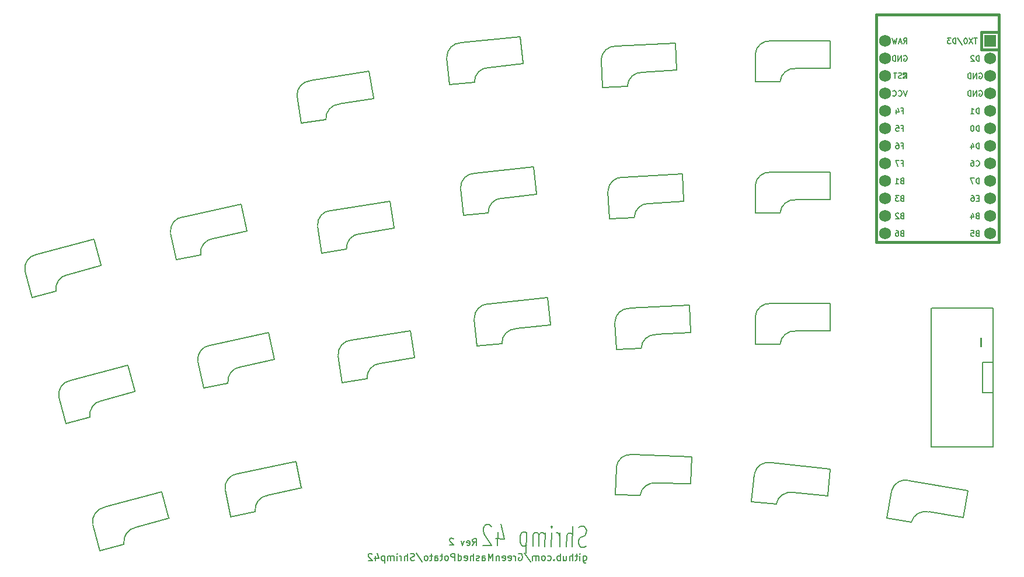
<source format=gbo>
%TF.GenerationSoftware,KiCad,Pcbnew,(6.0.0-0)*%
%TF.CreationDate,2022-02-26T00:55:26+07:00*%
%TF.ProjectId,Shrimp42-mirrored-rev2,53687269-6d70-4343-922d-6d6972726f72,rev?*%
%TF.SameCoordinates,Original*%
%TF.FileFunction,Legend,Bot*%
%TF.FilePolarity,Positive*%
%FSLAX46Y46*%
G04 Gerber Fmt 4.6, Leading zero omitted, Abs format (unit mm)*
G04 Created by KiCad (PCBNEW (6.0.0-0)) date 2022-02-26 00:55:26*
%MOMM*%
%LPD*%
G01*
G04 APERTURE LIST*
%ADD10C,0.150000*%
%ADD11C,0.200000*%
%ADD12C,0.381000*%
%ADD13C,0.203200*%
%ADD14R,1.752600X1.752600*%
%ADD15C,1.752600*%
G04 APERTURE END LIST*
D10*
X83147453Y-93728304D02*
X83489046Y-93258003D01*
X83718794Y-93738277D02*
X83736246Y-92738429D01*
X83355352Y-92731781D01*
X83259297Y-92777730D01*
X83210855Y-92824511D01*
X83161581Y-92918903D01*
X83159087Y-93061739D01*
X83205037Y-93157793D01*
X83251818Y-93206236D01*
X83346210Y-93255510D01*
X83727105Y-93262159D01*
X82338883Y-93666564D02*
X82433276Y-93715838D01*
X82623723Y-93719162D01*
X82719777Y-93673213D01*
X82769051Y-93578820D01*
X82775700Y-93197926D01*
X82729750Y-93101871D01*
X82635358Y-93052597D01*
X82444911Y-93049273D01*
X82348856Y-93095222D01*
X82299582Y-93189615D01*
X82297920Y-93284839D01*
X82772376Y-93388373D01*
X81968793Y-93040962D02*
X81719099Y-93703372D01*
X81492675Y-93032651D01*
X80401759Y-92775478D02*
X80354978Y-92727035D01*
X80260585Y-92677761D01*
X80022526Y-92673606D01*
X79926472Y-92719556D01*
X79878029Y-92766336D01*
X79828755Y-92860729D01*
X79827093Y-92955952D01*
X79872211Y-93099619D01*
X80433580Y-93680933D01*
X79814627Y-93670129D01*
D11*
X99642397Y-93827484D02*
X99354233Y-93965333D01*
X98878115Y-93957022D01*
X98690161Y-93810862D01*
X98597431Y-93666365D01*
X98507194Y-93379032D01*
X98512180Y-93093361D01*
X98612390Y-92809353D01*
X98710107Y-92668179D01*
X98903047Y-92528668D01*
X99286435Y-92392481D01*
X99479375Y-92252970D01*
X99577092Y-92111797D01*
X99677302Y-91827788D01*
X99682288Y-91542118D01*
X99592051Y-91254785D01*
X99499321Y-91110287D01*
X99311367Y-90964128D01*
X98835249Y-90955817D01*
X98547085Y-91093666D01*
X97640209Y-93935414D02*
X97692566Y-90935871D01*
X96783196Y-93920455D02*
X96810621Y-92349266D01*
X96910831Y-92065257D01*
X97103772Y-91925746D01*
X97389443Y-91930733D01*
X97577397Y-92076892D01*
X97670127Y-92221390D01*
X95830960Y-93903834D02*
X95865865Y-91904138D01*
X95855892Y-92475480D02*
X95765655Y-92188147D01*
X95672925Y-92043650D01*
X95484971Y-91897490D01*
X95294524Y-91894166D01*
X94593054Y-93882226D02*
X94627958Y-91882531D01*
X94645411Y-90882683D02*
X94738141Y-91027181D01*
X94640424Y-91168354D01*
X94547694Y-91023856D01*
X94645411Y-90882683D01*
X94640424Y-91168354D01*
X93640818Y-93865605D02*
X93675723Y-91865909D01*
X93670736Y-92151580D02*
X93578006Y-92007083D01*
X93390052Y-91860923D01*
X93104381Y-91855937D01*
X92911441Y-91995448D01*
X92811231Y-92279456D01*
X92783805Y-93850646D01*
X92811231Y-92279456D02*
X92720993Y-91992123D01*
X92533039Y-91845964D01*
X92247369Y-91840977D01*
X92054428Y-91980488D01*
X91954218Y-92264497D01*
X91926793Y-93835686D01*
X91009462Y-91819370D02*
X90957105Y-94818913D01*
X91006969Y-91962205D02*
X90819015Y-91816045D01*
X90438120Y-91809397D01*
X90245180Y-91948908D01*
X90147463Y-92090081D01*
X90047253Y-92374090D01*
X90032294Y-93231102D01*
X90122531Y-93518435D01*
X90215262Y-93662933D01*
X90403216Y-93809092D01*
X90784110Y-93815741D01*
X90977050Y-93676230D01*
X86819624Y-91746236D02*
X86784719Y-93745931D01*
X87315688Y-90611863D02*
X87754408Y-92762705D01*
X86516501Y-92741097D01*
X85879854Y-91015437D02*
X85787124Y-90870940D01*
X85599170Y-90724780D01*
X85123052Y-90716470D01*
X84930111Y-90855981D01*
X84832395Y-90997154D01*
X84732185Y-91281163D01*
X84727198Y-91566833D01*
X84814942Y-91997002D01*
X85927707Y-93730972D01*
X84689800Y-93709364D01*
D10*
X99219004Y-95234408D02*
X99219004Y-96043932D01*
X99266623Y-96139170D01*
X99314242Y-96186789D01*
X99409481Y-96234408D01*
X99552338Y-96234408D01*
X99647576Y-96186789D01*
X99219004Y-95853455D02*
X99314242Y-95901074D01*
X99504719Y-95901074D01*
X99599957Y-95853455D01*
X99647576Y-95805836D01*
X99695195Y-95710598D01*
X99695195Y-95424884D01*
X99647576Y-95329646D01*
X99599957Y-95282027D01*
X99504719Y-95234408D01*
X99314242Y-95234408D01*
X99219004Y-95282027D01*
X98742814Y-95901074D02*
X98742814Y-95234408D01*
X98742814Y-94901074D02*
X98790433Y-94948694D01*
X98742814Y-94996313D01*
X98695195Y-94948694D01*
X98742814Y-94901074D01*
X98742814Y-94996313D01*
X98409481Y-95234408D02*
X98028528Y-95234408D01*
X98266623Y-94901074D02*
X98266623Y-95758217D01*
X98219004Y-95853455D01*
X98123766Y-95901074D01*
X98028528Y-95901074D01*
X97695195Y-95901074D02*
X97695195Y-94901074D01*
X97266623Y-95901074D02*
X97266623Y-95377265D01*
X97314242Y-95282027D01*
X97409481Y-95234408D01*
X97552338Y-95234408D01*
X97647576Y-95282027D01*
X97695195Y-95329646D01*
X96361862Y-95234408D02*
X96361862Y-95901074D01*
X96790433Y-95234408D02*
X96790433Y-95758217D01*
X96742814Y-95853455D01*
X96647576Y-95901074D01*
X96504719Y-95901074D01*
X96409481Y-95853455D01*
X96361862Y-95805836D01*
X95885671Y-95901074D02*
X95885671Y-94901074D01*
X95885671Y-95282027D02*
X95790433Y-95234408D01*
X95599957Y-95234408D01*
X95504719Y-95282027D01*
X95457100Y-95329646D01*
X95409481Y-95424884D01*
X95409481Y-95710598D01*
X95457100Y-95805836D01*
X95504719Y-95853455D01*
X95599957Y-95901074D01*
X95790433Y-95901074D01*
X95885671Y-95853455D01*
X94980909Y-95805836D02*
X94933290Y-95853455D01*
X94980909Y-95901074D01*
X95028528Y-95853455D01*
X94980909Y-95805836D01*
X94980909Y-95901074D01*
X94076147Y-95853455D02*
X94171385Y-95901074D01*
X94361862Y-95901074D01*
X94457100Y-95853455D01*
X94504719Y-95805836D01*
X94552338Y-95710598D01*
X94552338Y-95424884D01*
X94504719Y-95329646D01*
X94457100Y-95282027D01*
X94361862Y-95234408D01*
X94171385Y-95234408D01*
X94076147Y-95282027D01*
X93504719Y-95901074D02*
X93599957Y-95853455D01*
X93647576Y-95805836D01*
X93695195Y-95710598D01*
X93695195Y-95424884D01*
X93647576Y-95329646D01*
X93599957Y-95282027D01*
X93504719Y-95234408D01*
X93361862Y-95234408D01*
X93266623Y-95282027D01*
X93219004Y-95329646D01*
X93171385Y-95424884D01*
X93171385Y-95710598D01*
X93219004Y-95805836D01*
X93266623Y-95853455D01*
X93361862Y-95901074D01*
X93504719Y-95901074D01*
X92742814Y-95901074D02*
X92742814Y-95234408D01*
X92742814Y-95329646D02*
X92695195Y-95282027D01*
X92599957Y-95234408D01*
X92457100Y-95234408D01*
X92361862Y-95282027D01*
X92314242Y-95377265D01*
X92314242Y-95901074D01*
X92314242Y-95377265D02*
X92266623Y-95282027D01*
X92171385Y-95234408D01*
X92028528Y-95234408D01*
X91933290Y-95282027D01*
X91885671Y-95377265D01*
X91885671Y-95901074D01*
X90695195Y-94853455D02*
X91552338Y-96139170D01*
X89838052Y-94948694D02*
X89933290Y-94901074D01*
X90076147Y-94901074D01*
X90219004Y-94948694D01*
X90314242Y-95043932D01*
X90361862Y-95139170D01*
X90409481Y-95329646D01*
X90409481Y-95472503D01*
X90361862Y-95662979D01*
X90314242Y-95758217D01*
X90219004Y-95853455D01*
X90076147Y-95901074D01*
X89980909Y-95901074D01*
X89838052Y-95853455D01*
X89790433Y-95805836D01*
X89790433Y-95472503D01*
X89980909Y-95472503D01*
X89361862Y-95901074D02*
X89361862Y-95234408D01*
X89361862Y-95424884D02*
X89314242Y-95329646D01*
X89266623Y-95282027D01*
X89171385Y-95234408D01*
X89076147Y-95234408D01*
X88361862Y-95853455D02*
X88457100Y-95901074D01*
X88647576Y-95901074D01*
X88742814Y-95853455D01*
X88790433Y-95758217D01*
X88790433Y-95377265D01*
X88742814Y-95282027D01*
X88647576Y-95234408D01*
X88457100Y-95234408D01*
X88361862Y-95282027D01*
X88314242Y-95377265D01*
X88314242Y-95472503D01*
X88790433Y-95567741D01*
X87504719Y-95853455D02*
X87599957Y-95901074D01*
X87790433Y-95901074D01*
X87885671Y-95853455D01*
X87933290Y-95758217D01*
X87933290Y-95377265D01*
X87885671Y-95282027D01*
X87790433Y-95234408D01*
X87599957Y-95234408D01*
X87504719Y-95282027D01*
X87457100Y-95377265D01*
X87457100Y-95472503D01*
X87933290Y-95567741D01*
X87028528Y-95234408D02*
X87028528Y-95901074D01*
X87028528Y-95329646D02*
X86980909Y-95282027D01*
X86885671Y-95234408D01*
X86742814Y-95234408D01*
X86647576Y-95282027D01*
X86599957Y-95377265D01*
X86599957Y-95901074D01*
X86123766Y-95901074D02*
X86123766Y-94901074D01*
X85790433Y-95615360D01*
X85457100Y-94901074D01*
X85457100Y-95901074D01*
X84552338Y-95901074D02*
X84552338Y-95377265D01*
X84599957Y-95282027D01*
X84695195Y-95234408D01*
X84885671Y-95234408D01*
X84980909Y-95282027D01*
X84552338Y-95853455D02*
X84647576Y-95901074D01*
X84885671Y-95901074D01*
X84980909Y-95853455D01*
X85028528Y-95758217D01*
X85028528Y-95662979D01*
X84980909Y-95567741D01*
X84885671Y-95520122D01*
X84647576Y-95520122D01*
X84552338Y-95472503D01*
X84123766Y-95853455D02*
X84028528Y-95901074D01*
X83838052Y-95901074D01*
X83742814Y-95853455D01*
X83695195Y-95758217D01*
X83695195Y-95710598D01*
X83742814Y-95615360D01*
X83838052Y-95567741D01*
X83980909Y-95567741D01*
X84076147Y-95520122D01*
X84123766Y-95424884D01*
X84123766Y-95377265D01*
X84076147Y-95282027D01*
X83980909Y-95234408D01*
X83838052Y-95234408D01*
X83742814Y-95282027D01*
X83266623Y-95901074D02*
X83266623Y-94901074D01*
X82838052Y-95901074D02*
X82838052Y-95377265D01*
X82885671Y-95282027D01*
X82980909Y-95234408D01*
X83123766Y-95234408D01*
X83219004Y-95282027D01*
X83266623Y-95329646D01*
X81980909Y-95853455D02*
X82076147Y-95901074D01*
X82266623Y-95901074D01*
X82361862Y-95853455D01*
X82409481Y-95758217D01*
X82409481Y-95377265D01*
X82361862Y-95282027D01*
X82266623Y-95234408D01*
X82076147Y-95234408D01*
X81980909Y-95282027D01*
X81933290Y-95377265D01*
X81933290Y-95472503D01*
X82409481Y-95567741D01*
X81076147Y-95901074D02*
X81076147Y-94901074D01*
X81076147Y-95853455D02*
X81171385Y-95901074D01*
X81361862Y-95901074D01*
X81457100Y-95853455D01*
X81504719Y-95805836D01*
X81552338Y-95710598D01*
X81552338Y-95424884D01*
X81504719Y-95329646D01*
X81457100Y-95282027D01*
X81361862Y-95234408D01*
X81171385Y-95234408D01*
X81076147Y-95282027D01*
X80599957Y-95901074D02*
X80599957Y-94901074D01*
X80219004Y-94901074D01*
X80123766Y-94948694D01*
X80076147Y-94996313D01*
X80028528Y-95091551D01*
X80028528Y-95234408D01*
X80076147Y-95329646D01*
X80123766Y-95377265D01*
X80219004Y-95424884D01*
X80599957Y-95424884D01*
X79457100Y-95901074D02*
X79552338Y-95853455D01*
X79599957Y-95805836D01*
X79647576Y-95710598D01*
X79647576Y-95424884D01*
X79599957Y-95329646D01*
X79552338Y-95282027D01*
X79457100Y-95234408D01*
X79314242Y-95234408D01*
X79219004Y-95282027D01*
X79171385Y-95329646D01*
X79123766Y-95424884D01*
X79123766Y-95710598D01*
X79171385Y-95805836D01*
X79219004Y-95853455D01*
X79314242Y-95901074D01*
X79457100Y-95901074D01*
X78838052Y-95234408D02*
X78457100Y-95234408D01*
X78695195Y-94901074D02*
X78695195Y-95758217D01*
X78647576Y-95853455D01*
X78552338Y-95901074D01*
X78457100Y-95901074D01*
X77695195Y-95901074D02*
X77695195Y-95377265D01*
X77742814Y-95282027D01*
X77838052Y-95234408D01*
X78028528Y-95234408D01*
X78123766Y-95282027D01*
X77695195Y-95853455D02*
X77790433Y-95901074D01*
X78028528Y-95901074D01*
X78123766Y-95853455D01*
X78171385Y-95758217D01*
X78171385Y-95662979D01*
X78123766Y-95567741D01*
X78028528Y-95520122D01*
X77790433Y-95520122D01*
X77695195Y-95472503D01*
X77361862Y-95234408D02*
X76980909Y-95234408D01*
X77219004Y-94901074D02*
X77219004Y-95758217D01*
X77171385Y-95853455D01*
X77076147Y-95901074D01*
X76980909Y-95901074D01*
X76504719Y-95901074D02*
X76599957Y-95853455D01*
X76647576Y-95805836D01*
X76695195Y-95710598D01*
X76695195Y-95424884D01*
X76647576Y-95329646D01*
X76599957Y-95282027D01*
X76504719Y-95234408D01*
X76361862Y-95234408D01*
X76266623Y-95282027D01*
X76219004Y-95329646D01*
X76171385Y-95424884D01*
X76171385Y-95710598D01*
X76219004Y-95805836D01*
X76266623Y-95853455D01*
X76361862Y-95901074D01*
X76504719Y-95901074D01*
X75028528Y-94853455D02*
X75885671Y-96139170D01*
X74742814Y-95853455D02*
X74599957Y-95901074D01*
X74361862Y-95901074D01*
X74266623Y-95853455D01*
X74219004Y-95805836D01*
X74171385Y-95710598D01*
X74171385Y-95615360D01*
X74219004Y-95520122D01*
X74266623Y-95472503D01*
X74361862Y-95424884D01*
X74552338Y-95377265D01*
X74647576Y-95329646D01*
X74695195Y-95282027D01*
X74742814Y-95186789D01*
X74742814Y-95091551D01*
X74695195Y-94996313D01*
X74647576Y-94948694D01*
X74552338Y-94901074D01*
X74314242Y-94901074D01*
X74171385Y-94948694D01*
X73742814Y-95901074D02*
X73742814Y-94901074D01*
X73314242Y-95901074D02*
X73314242Y-95377265D01*
X73361862Y-95282027D01*
X73457100Y-95234408D01*
X73599957Y-95234408D01*
X73695195Y-95282027D01*
X73742814Y-95329646D01*
X72838052Y-95901074D02*
X72838052Y-95234408D01*
X72838052Y-95424884D02*
X72790433Y-95329646D01*
X72742814Y-95282027D01*
X72647576Y-95234408D01*
X72552338Y-95234408D01*
X72219004Y-95901074D02*
X72219004Y-95234408D01*
X72219004Y-94901074D02*
X72266623Y-94948694D01*
X72219004Y-94996313D01*
X72171385Y-94948694D01*
X72219004Y-94901074D01*
X72219004Y-94996313D01*
X71742814Y-95901074D02*
X71742814Y-95234408D01*
X71742814Y-95329646D02*
X71695195Y-95282027D01*
X71599957Y-95234408D01*
X71457100Y-95234408D01*
X71361862Y-95282027D01*
X71314242Y-95377265D01*
X71314242Y-95901074D01*
X71314242Y-95377265D02*
X71266623Y-95282027D01*
X71171385Y-95234408D01*
X71028528Y-95234408D01*
X70933290Y-95282027D01*
X70885671Y-95377265D01*
X70885671Y-95901074D01*
X70409481Y-95234408D02*
X70409481Y-96234408D01*
X70409481Y-95282027D02*
X70314242Y-95234408D01*
X70123766Y-95234408D01*
X70028528Y-95282027D01*
X69980909Y-95329646D01*
X69933290Y-95424884D01*
X69933290Y-95710598D01*
X69980909Y-95805836D01*
X70028528Y-95853455D01*
X70123766Y-95901074D01*
X70314242Y-95901074D01*
X70409481Y-95853455D01*
X69076147Y-95234408D02*
X69076147Y-95901074D01*
X69314242Y-94853455D02*
X69552338Y-95567741D01*
X68933290Y-95567741D01*
X68599957Y-94996313D02*
X68552338Y-94948694D01*
X68457100Y-94901074D01*
X68219004Y-94901074D01*
X68123766Y-94948694D01*
X68076147Y-94996313D01*
X68028528Y-95091551D01*
X68028528Y-95186789D01*
X68076147Y-95329646D01*
X68647576Y-95901074D01*
X68028528Y-95901074D01*
%TO.C,U1*%
X156359539Y-48411762D02*
X156245253Y-48449857D01*
X156207158Y-48487952D01*
X156169063Y-48564143D01*
X156169063Y-48678428D01*
X156207158Y-48754619D01*
X156245253Y-48792714D01*
X156321444Y-48830809D01*
X156626206Y-48830809D01*
X156626206Y-48030809D01*
X156359539Y-48030809D01*
X156283349Y-48068905D01*
X156245253Y-48107000D01*
X156207158Y-48183190D01*
X156207158Y-48259381D01*
X156245253Y-48335571D01*
X156283349Y-48373666D01*
X156359539Y-48411762D01*
X156626206Y-48411762D01*
X155445253Y-48030809D02*
X155826206Y-48030809D01*
X155864301Y-48411762D01*
X155826206Y-48373666D01*
X155750015Y-48335571D01*
X155559539Y-48335571D01*
X155483349Y-48373666D01*
X155445253Y-48411762D01*
X155407158Y-48487952D01*
X155407158Y-48678428D01*
X155445253Y-48754619D01*
X155483349Y-48792714D01*
X155559539Y-48830809D01*
X155750015Y-48830809D01*
X155826206Y-48792714D01*
X155864301Y-48754619D01*
X145374943Y-25902714D02*
X145260657Y-25940809D01*
X145070181Y-25940809D01*
X144993990Y-25902714D01*
X144955895Y-25864619D01*
X144917800Y-25788428D01*
X144917800Y-25712238D01*
X144955895Y-25636047D01*
X144993990Y-25597952D01*
X145070181Y-25559857D01*
X145222562Y-25521762D01*
X145298752Y-25483666D01*
X145336848Y-25445571D01*
X145374943Y-25369381D01*
X145374943Y-25293190D01*
X145336848Y-25217000D01*
X145298752Y-25178905D01*
X145222562Y-25140809D01*
X145032086Y-25140809D01*
X144917800Y-25178905D01*
X144689229Y-25140809D02*
X144232086Y-25140809D01*
X144460657Y-25940809D02*
X144460657Y-25140809D01*
X145666110Y-20890809D02*
X145932777Y-20509857D01*
X146123253Y-20890809D02*
X146123253Y-20090809D01*
X145818491Y-20090809D01*
X145742301Y-20128905D01*
X145704206Y-20167000D01*
X145666110Y-20243190D01*
X145666110Y-20357476D01*
X145704206Y-20433666D01*
X145742301Y-20471762D01*
X145818491Y-20509857D01*
X146123253Y-20509857D01*
X145361349Y-20662238D02*
X144980396Y-20662238D01*
X145437539Y-20890809D02*
X145170872Y-20090809D01*
X144904206Y-20890809D01*
X144713730Y-20090809D02*
X144523253Y-20890809D01*
X144370872Y-20319381D01*
X144218491Y-20890809D01*
X144028015Y-20090809D01*
X145380396Y-35711762D02*
X145647063Y-35711762D01*
X145647063Y-36130809D02*
X145647063Y-35330809D01*
X145266110Y-35330809D01*
X144618491Y-35330809D02*
X144770872Y-35330809D01*
X144847063Y-35368905D01*
X144885158Y-35407000D01*
X144961349Y-35521285D01*
X144999444Y-35673666D01*
X144999444Y-35978428D01*
X144961349Y-36054619D01*
X144923253Y-36092714D01*
X144847063Y-36130809D01*
X144694682Y-36130809D01*
X144618491Y-36092714D01*
X144580396Y-36054619D01*
X144542301Y-35978428D01*
X144542301Y-35787952D01*
X144580396Y-35711762D01*
X144618491Y-35673666D01*
X144694682Y-35635571D01*
X144847063Y-35635571D01*
X144923253Y-35673666D01*
X144961349Y-35711762D01*
X144999444Y-35787952D01*
X156359539Y-45871762D02*
X156245253Y-45909857D01*
X156207158Y-45947952D01*
X156169063Y-46024143D01*
X156169063Y-46138428D01*
X156207158Y-46214619D01*
X156245253Y-46252714D01*
X156321444Y-46290809D01*
X156626206Y-46290809D01*
X156626206Y-45490809D01*
X156359539Y-45490809D01*
X156283349Y-45528905D01*
X156245253Y-45567000D01*
X156207158Y-45643190D01*
X156207158Y-45719381D01*
X156245253Y-45795571D01*
X156283349Y-45833666D01*
X156359539Y-45871762D01*
X156626206Y-45871762D01*
X155483349Y-45757476D02*
X155483349Y-46290809D01*
X155673825Y-45452714D02*
X155864301Y-46024143D01*
X155369063Y-46024143D01*
X146180396Y-27710809D02*
X145913730Y-28510809D01*
X145647063Y-27710809D01*
X144923253Y-28434619D02*
X144961349Y-28472714D01*
X145075634Y-28510809D01*
X145151825Y-28510809D01*
X145266110Y-28472714D01*
X145342301Y-28396524D01*
X145380396Y-28320333D01*
X145418491Y-28167952D01*
X145418491Y-28053666D01*
X145380396Y-27901285D01*
X145342301Y-27825095D01*
X145266110Y-27748905D01*
X145151825Y-27710809D01*
X145075634Y-27710809D01*
X144961349Y-27748905D01*
X144923253Y-27787000D01*
X144123253Y-28434619D02*
X144161349Y-28472714D01*
X144275634Y-28510809D01*
X144351825Y-28510809D01*
X144466110Y-28472714D01*
X144542301Y-28396524D01*
X144580396Y-28320333D01*
X144618491Y-28167952D01*
X144618491Y-28053666D01*
X144580396Y-27901285D01*
X144542301Y-27825095D01*
X144466110Y-27748905D01*
X144351825Y-27710809D01*
X144275634Y-27710809D01*
X144161349Y-27748905D01*
X144123253Y-27787000D01*
X145437539Y-48411762D02*
X145323253Y-48449857D01*
X145285158Y-48487952D01*
X145247063Y-48564143D01*
X145247063Y-48678428D01*
X145285158Y-48754619D01*
X145323253Y-48792714D01*
X145399444Y-48830809D01*
X145704206Y-48830809D01*
X145704206Y-48030809D01*
X145437539Y-48030809D01*
X145361349Y-48068905D01*
X145323253Y-48107000D01*
X145285158Y-48183190D01*
X145285158Y-48259381D01*
X145323253Y-48335571D01*
X145361349Y-48373666D01*
X145437539Y-48411762D01*
X145704206Y-48411762D01*
X144561349Y-48030809D02*
X144713730Y-48030809D01*
X144789920Y-48068905D01*
X144828015Y-48107000D01*
X144904206Y-48221285D01*
X144942301Y-48373666D01*
X144942301Y-48678428D01*
X144904206Y-48754619D01*
X144866110Y-48792714D01*
X144789920Y-48830809D01*
X144637539Y-48830809D01*
X144561349Y-48792714D01*
X144523253Y-48754619D01*
X144485158Y-48678428D01*
X144485158Y-48487952D01*
X144523253Y-48411762D01*
X144561349Y-48373666D01*
X144637539Y-48335571D01*
X144789920Y-48335571D01*
X144866110Y-48373666D01*
X144904206Y-48411762D01*
X144942301Y-48487952D01*
X156645253Y-25208905D02*
X156721444Y-25170809D01*
X156835730Y-25170809D01*
X156950015Y-25208905D01*
X157026206Y-25285095D01*
X157064301Y-25361285D01*
X157102396Y-25513666D01*
X157102396Y-25627952D01*
X157064301Y-25780333D01*
X157026206Y-25856524D01*
X156950015Y-25932714D01*
X156835730Y-25970809D01*
X156759539Y-25970809D01*
X156645253Y-25932714D01*
X156607158Y-25894619D01*
X156607158Y-25627952D01*
X156759539Y-25627952D01*
X156264301Y-25970809D02*
X156264301Y-25170809D01*
X155807158Y-25970809D01*
X155807158Y-25170809D01*
X155426206Y-25970809D02*
X155426206Y-25170809D01*
X155235730Y-25170809D01*
X155121444Y-25208905D01*
X155045253Y-25285095D01*
X155007158Y-25361285D01*
X154969063Y-25513666D01*
X154969063Y-25627952D01*
X155007158Y-25780333D01*
X155045253Y-25856524D01*
X155121444Y-25932714D01*
X155235730Y-25970809D01*
X155426206Y-25970809D01*
X145723253Y-22668905D02*
X145799444Y-22630809D01*
X145913730Y-22630809D01*
X146028015Y-22668905D01*
X146104206Y-22745095D01*
X146142301Y-22821285D01*
X146180396Y-22973666D01*
X146180396Y-23087952D01*
X146142301Y-23240333D01*
X146104206Y-23316524D01*
X146028015Y-23392714D01*
X145913730Y-23430809D01*
X145837539Y-23430809D01*
X145723253Y-23392714D01*
X145685158Y-23354619D01*
X145685158Y-23087952D01*
X145837539Y-23087952D01*
X145342301Y-23430809D02*
X145342301Y-22630809D01*
X144885158Y-23430809D01*
X144885158Y-22630809D01*
X144504206Y-23430809D02*
X144504206Y-22630809D01*
X144313730Y-22630809D01*
X144199444Y-22668905D01*
X144123253Y-22745095D01*
X144085158Y-22821285D01*
X144047063Y-22973666D01*
X144047063Y-23087952D01*
X144085158Y-23240333D01*
X144123253Y-23316524D01*
X144199444Y-23392714D01*
X144313730Y-23430809D01*
X144504206Y-23430809D01*
X156169063Y-38594619D02*
X156207158Y-38632714D01*
X156321444Y-38670809D01*
X156397634Y-38670809D01*
X156511920Y-38632714D01*
X156588110Y-38556524D01*
X156626206Y-38480333D01*
X156664301Y-38327952D01*
X156664301Y-38213666D01*
X156626206Y-38061285D01*
X156588110Y-37985095D01*
X156511920Y-37908905D01*
X156397634Y-37870809D01*
X156321444Y-37870809D01*
X156207158Y-37908905D01*
X156169063Y-37947000D01*
X155483349Y-37870809D02*
X155635730Y-37870809D01*
X155711920Y-37908905D01*
X155750015Y-37947000D01*
X155826206Y-38061285D01*
X155864301Y-38213666D01*
X155864301Y-38518428D01*
X155826206Y-38594619D01*
X155788110Y-38632714D01*
X155711920Y-38670809D01*
X155559539Y-38670809D01*
X155483349Y-38632714D01*
X155445253Y-38594619D01*
X155407158Y-38518428D01*
X155407158Y-38327952D01*
X155445253Y-38251762D01*
X155483349Y-38213666D01*
X155559539Y-38175571D01*
X155711920Y-38175571D01*
X155788110Y-38213666D01*
X155826206Y-38251762D01*
X155864301Y-38327952D01*
X156626206Y-31050809D02*
X156626206Y-30250809D01*
X156435730Y-30250809D01*
X156321444Y-30288905D01*
X156245253Y-30365095D01*
X156207158Y-30441285D01*
X156169063Y-30593666D01*
X156169063Y-30707952D01*
X156207158Y-30860333D01*
X156245253Y-30936524D01*
X156321444Y-31012714D01*
X156435730Y-31050809D01*
X156626206Y-31050809D01*
X155407158Y-31050809D02*
X155864301Y-31050809D01*
X155635730Y-31050809D02*
X155635730Y-30250809D01*
X155711920Y-30365095D01*
X155788110Y-30441285D01*
X155864301Y-30479381D01*
X156337078Y-20090809D02*
X155879935Y-20090809D01*
X156108506Y-20890809D02*
X156108506Y-20090809D01*
X155689459Y-20090809D02*
X155156125Y-20890809D01*
X155156125Y-20090809D02*
X155689459Y-20890809D01*
X154698982Y-20090809D02*
X154622792Y-20090809D01*
X154546602Y-20128905D01*
X154508506Y-20167000D01*
X154470411Y-20243190D01*
X154432316Y-20395571D01*
X154432316Y-20586047D01*
X154470411Y-20738428D01*
X154508506Y-20814619D01*
X154546602Y-20852714D01*
X154622792Y-20890809D01*
X154698982Y-20890809D01*
X154775173Y-20852714D01*
X154813268Y-20814619D01*
X154851363Y-20738428D01*
X154889459Y-20586047D01*
X154889459Y-20395571D01*
X154851363Y-20243190D01*
X154813268Y-20167000D01*
X154775173Y-20128905D01*
X154698982Y-20090809D01*
X153518030Y-20052714D02*
X154203744Y-21081285D01*
X153251363Y-20890809D02*
X153251363Y-20090809D01*
X153060887Y-20090809D01*
X152946602Y-20128905D01*
X152870411Y-20205095D01*
X152832316Y-20281285D01*
X152794221Y-20433666D01*
X152794221Y-20547952D01*
X152832316Y-20700333D01*
X152870411Y-20776524D01*
X152946602Y-20852714D01*
X153060887Y-20890809D01*
X153251363Y-20890809D01*
X152527554Y-20090809D02*
X152032316Y-20090809D01*
X152298982Y-20395571D01*
X152184697Y-20395571D01*
X152108506Y-20433666D01*
X152070411Y-20471762D01*
X152032316Y-20547952D01*
X152032316Y-20738428D01*
X152070411Y-20814619D01*
X152108506Y-20852714D01*
X152184697Y-20890809D01*
X152413268Y-20890809D01*
X152489459Y-20852714D01*
X152527554Y-20814619D01*
X145437539Y-43331762D02*
X145323253Y-43369857D01*
X145285158Y-43407952D01*
X145247063Y-43484143D01*
X145247063Y-43598428D01*
X145285158Y-43674619D01*
X145323253Y-43712714D01*
X145399444Y-43750809D01*
X145704206Y-43750809D01*
X145704206Y-42950809D01*
X145437539Y-42950809D01*
X145361349Y-42988905D01*
X145323253Y-43027000D01*
X145285158Y-43103190D01*
X145285158Y-43179381D01*
X145323253Y-43255571D01*
X145361349Y-43293666D01*
X145437539Y-43331762D01*
X145704206Y-43331762D01*
X144980396Y-42950809D02*
X144485158Y-42950809D01*
X144751825Y-43255571D01*
X144637539Y-43255571D01*
X144561349Y-43293666D01*
X144523253Y-43331762D01*
X144485158Y-43407952D01*
X144485158Y-43598428D01*
X144523253Y-43674619D01*
X144561349Y-43712714D01*
X144637539Y-43750809D01*
X144866110Y-43750809D01*
X144942301Y-43712714D01*
X144980396Y-43674619D01*
X156588110Y-43331762D02*
X156321444Y-43331762D01*
X156207158Y-43750809D02*
X156588110Y-43750809D01*
X156588110Y-42950809D01*
X156207158Y-42950809D01*
X155521444Y-42950809D02*
X155673825Y-42950809D01*
X155750015Y-42988905D01*
X155788110Y-43027000D01*
X155864301Y-43141285D01*
X155902396Y-43293666D01*
X155902396Y-43598428D01*
X155864301Y-43674619D01*
X155826206Y-43712714D01*
X155750015Y-43750809D01*
X155597634Y-43750809D01*
X155521444Y-43712714D01*
X155483349Y-43674619D01*
X155445253Y-43598428D01*
X155445253Y-43407952D01*
X155483349Y-43331762D01*
X155521444Y-43293666D01*
X155597634Y-43255571D01*
X155750015Y-43255571D01*
X155826206Y-43293666D01*
X155864301Y-43331762D01*
X155902396Y-43407952D01*
X156626206Y-33590809D02*
X156626206Y-32790809D01*
X156435730Y-32790809D01*
X156321444Y-32828905D01*
X156245253Y-32905095D01*
X156207158Y-32981285D01*
X156169063Y-33133666D01*
X156169063Y-33247952D01*
X156207158Y-33400333D01*
X156245253Y-33476524D01*
X156321444Y-33552714D01*
X156435730Y-33590809D01*
X156626206Y-33590809D01*
X155673825Y-32790809D02*
X155597634Y-32790809D01*
X155521444Y-32828905D01*
X155483349Y-32867000D01*
X155445253Y-32943190D01*
X155407158Y-33095571D01*
X155407158Y-33286047D01*
X155445253Y-33438428D01*
X155483349Y-33514619D01*
X155521444Y-33552714D01*
X155597634Y-33590809D01*
X155673825Y-33590809D01*
X155750015Y-33552714D01*
X155788110Y-33514619D01*
X155826206Y-33438428D01*
X155864301Y-33286047D01*
X155864301Y-33095571D01*
X155826206Y-32943190D01*
X155788110Y-32867000D01*
X155750015Y-32828905D01*
X155673825Y-32790809D01*
X145380396Y-33171762D02*
X145647063Y-33171762D01*
X145647063Y-33590809D02*
X145647063Y-32790809D01*
X145266110Y-32790809D01*
X144580396Y-32790809D02*
X144961349Y-32790809D01*
X144999444Y-33171762D01*
X144961349Y-33133666D01*
X144885158Y-33095571D01*
X144694682Y-33095571D01*
X144618491Y-33133666D01*
X144580396Y-33171762D01*
X144542301Y-33247952D01*
X144542301Y-33438428D01*
X144580396Y-33514619D01*
X144618491Y-33552714D01*
X144694682Y-33590809D01*
X144885158Y-33590809D01*
X144961349Y-33552714D01*
X144999444Y-33514619D01*
X145380396Y-38251762D02*
X145647063Y-38251762D01*
X145647063Y-38670809D02*
X145647063Y-37870809D01*
X145266110Y-37870809D01*
X145037539Y-37870809D02*
X144504206Y-37870809D01*
X144847063Y-38670809D01*
X156626206Y-36130809D02*
X156626206Y-35330809D01*
X156435730Y-35330809D01*
X156321444Y-35368905D01*
X156245253Y-35445095D01*
X156207158Y-35521285D01*
X156169063Y-35673666D01*
X156169063Y-35787952D01*
X156207158Y-35940333D01*
X156245253Y-36016524D01*
X156321444Y-36092714D01*
X156435730Y-36130809D01*
X156626206Y-36130809D01*
X155483349Y-35597476D02*
X155483349Y-36130809D01*
X155673825Y-35292714D02*
X155864301Y-35864143D01*
X155369063Y-35864143D01*
X156626206Y-41210809D02*
X156626206Y-40410809D01*
X156435730Y-40410809D01*
X156321444Y-40448905D01*
X156245253Y-40525095D01*
X156207158Y-40601285D01*
X156169063Y-40753666D01*
X156169063Y-40867952D01*
X156207158Y-41020333D01*
X156245253Y-41096524D01*
X156321444Y-41172714D01*
X156435730Y-41210809D01*
X156626206Y-41210809D01*
X155902396Y-40410809D02*
X155369063Y-40410809D01*
X155711920Y-41210809D01*
X156626206Y-23430809D02*
X156626206Y-22630809D01*
X156435730Y-22630809D01*
X156321444Y-22668905D01*
X156245253Y-22745095D01*
X156207158Y-22821285D01*
X156169063Y-22973666D01*
X156169063Y-23087952D01*
X156207158Y-23240333D01*
X156245253Y-23316524D01*
X156321444Y-23392714D01*
X156435730Y-23430809D01*
X156626206Y-23430809D01*
X155864301Y-22707000D02*
X155826206Y-22668905D01*
X155750015Y-22630809D01*
X155559539Y-22630809D01*
X155483349Y-22668905D01*
X155445253Y-22707000D01*
X155407158Y-22783190D01*
X155407158Y-22859381D01*
X155445253Y-22973666D01*
X155902396Y-23430809D01*
X155407158Y-23430809D01*
X145380396Y-30631762D02*
X145647063Y-30631762D01*
X145647063Y-31050809D02*
X145647063Y-30250809D01*
X145266110Y-30250809D01*
X144618491Y-30517476D02*
X144618491Y-31050809D01*
X144808968Y-30212714D02*
X144999444Y-30784143D01*
X144504206Y-30784143D01*
X145437539Y-40791762D02*
X145323253Y-40829857D01*
X145285158Y-40867952D01*
X145247063Y-40944143D01*
X145247063Y-41058428D01*
X145285158Y-41134619D01*
X145323253Y-41172714D01*
X145399444Y-41210809D01*
X145704206Y-41210809D01*
X145704206Y-40410809D01*
X145437539Y-40410809D01*
X145361349Y-40448905D01*
X145323253Y-40487000D01*
X145285158Y-40563190D01*
X145285158Y-40639381D01*
X145323253Y-40715571D01*
X145361349Y-40753666D01*
X145437539Y-40791762D01*
X145704206Y-40791762D01*
X144485158Y-41210809D02*
X144942301Y-41210809D01*
X144713730Y-41210809D02*
X144713730Y-40410809D01*
X144789920Y-40525095D01*
X144866110Y-40601285D01*
X144942301Y-40639381D01*
X145437539Y-45871762D02*
X145323253Y-45909857D01*
X145285158Y-45947952D01*
X145247063Y-46024143D01*
X145247063Y-46138428D01*
X145285158Y-46214619D01*
X145323253Y-46252714D01*
X145399444Y-46290809D01*
X145704206Y-46290809D01*
X145704206Y-45490809D01*
X145437539Y-45490809D01*
X145361349Y-45528905D01*
X145323253Y-45567000D01*
X145285158Y-45643190D01*
X145285158Y-45719381D01*
X145323253Y-45795571D01*
X145361349Y-45833666D01*
X145437539Y-45871762D01*
X145704206Y-45871762D01*
X144942301Y-45567000D02*
X144904206Y-45528905D01*
X144828015Y-45490809D01*
X144637539Y-45490809D01*
X144561349Y-45528905D01*
X144523253Y-45567000D01*
X144485158Y-45643190D01*
X144485158Y-45719381D01*
X144523253Y-45833666D01*
X144980396Y-46290809D01*
X144485158Y-46290809D01*
X156645253Y-27748905D02*
X156721444Y-27710809D01*
X156835730Y-27710809D01*
X156950015Y-27748905D01*
X157026206Y-27825095D01*
X157064301Y-27901285D01*
X157102396Y-28053666D01*
X157102396Y-28167952D01*
X157064301Y-28320333D01*
X157026206Y-28396524D01*
X156950015Y-28472714D01*
X156835730Y-28510809D01*
X156759539Y-28510809D01*
X156645253Y-28472714D01*
X156607158Y-28434619D01*
X156607158Y-28167952D01*
X156759539Y-28167952D01*
X156264301Y-28510809D02*
X156264301Y-27710809D01*
X155807158Y-28510809D01*
X155807158Y-27710809D01*
X155426206Y-28510809D02*
X155426206Y-27710809D01*
X155235730Y-27710809D01*
X155121444Y-27748905D01*
X155045253Y-27825095D01*
X155007158Y-27901285D01*
X154969063Y-28053666D01*
X154969063Y-28167952D01*
X155007158Y-28320333D01*
X155045253Y-28396524D01*
X155121444Y-28472714D01*
X155235730Y-28510809D01*
X155426206Y-28510809D01*
%TO.C,K-3-4*%
X134655488Y-86536363D02*
X129628344Y-86054242D01*
X135068794Y-82604024D02*
X126491042Y-81702466D01*
X123610951Y-87340299D02*
X127201175Y-87717647D01*
X134660297Y-86490615D02*
X135068794Y-82604024D01*
X124024256Y-83407959D02*
X123611892Y-87331348D01*
X126491042Y-81702466D02*
G75*
G03*
X124042513Y-83339492I-405751J-2042778D01*
G01*
X129652789Y-86060834D02*
G75*
G03*
X127208656Y-87694301I-405333J-2038800D01*
G01*
%TO.C,K-0-0*%
X29297553Y-53075067D02*
X24431533Y-54426536D01*
X19274694Y-57783614D02*
X22761686Y-56849277D01*
X29285647Y-53030634D02*
X28274182Y-49255796D01*
X18251323Y-53964343D02*
X19272364Y-57774920D01*
X28274182Y-49255796D02*
X19943072Y-51488111D01*
X19943072Y-51488110D02*
G75*
G03*
X18243831Y-53893881I353265J-2052506D01*
G01*
X24456716Y-54423929D02*
G75*
G03*
X22760304Y-56824801I352230J-2048642D01*
G01*
%TO.C,K-0-3*%
X79841063Y-26883229D02*
X83431287Y-26505881D01*
X79427757Y-22950889D02*
X79840122Y-26874278D01*
X90472295Y-23754825D02*
X90063797Y-19868233D01*
X90063797Y-19868233D02*
X81486046Y-20769791D01*
X90477103Y-23800573D02*
X85459576Y-24374190D01*
X81486046Y-20769791D02*
G75*
G03*
X79431380Y-22880123I27833J-2082499D01*
G01*
X85484857Y-24375554D02*
G75*
G03*
X83433751Y-26481490I27415J-2078521D01*
G01*
%TO.C,K-0-4*%
X112586450Y-20803423D02*
X103973270Y-21254821D01*
X102010589Y-27273788D02*
X105615641Y-27084855D01*
X112790979Y-24706067D02*
X112586450Y-20803423D01*
X101803652Y-23325207D02*
X102010118Y-27264801D01*
X112793386Y-24752004D02*
X107752715Y-25062238D01*
X107777890Y-25064925D02*
G75*
G03*
X105619379Y-27060627I-81405J-2077106D01*
G01*
X103973270Y-21254821D02*
G75*
G03*
X101810974Y-23254727I-81195J-2081101D01*
G01*
%TO.C,K-0-1*%
X50432999Y-48055487D02*
X49620480Y-44232887D01*
X49620480Y-44232887D02*
X41183957Y-46026125D01*
X39364931Y-48410424D02*
X40185143Y-52269217D01*
X50442563Y-48100482D02*
X45512482Y-49195431D01*
X40187014Y-52278020D02*
X43718127Y-51527459D01*
X45537767Y-49194146D02*
G75*
G03*
X43718027Y-51502944I244529J-2064269D01*
G01*
X41183957Y-46026125D02*
G75*
G03*
X39361137Y-48339667I245361J-2068181D01*
G01*
%TO.C,K-0-2*%
X68168854Y-24935117D02*
X59650042Y-26284364D01*
X57708724Y-28570196D02*
X58325858Y-32466626D01*
X68780200Y-28795003D02*
X68168854Y-24935117D01*
X68787396Y-28840437D02*
X63806766Y-29675865D01*
X58327266Y-32475515D02*
X61892821Y-31910787D01*
X63832084Y-29675905D02*
G75*
G03*
X61894005Y-31886300I136158J-2074237D01*
G01*
X59650042Y-26284365D02*
G75*
G03*
X57708638Y-28499337I136784J-2078188D01*
G01*
%TO.C,K-0-5*%
X135054226Y-24459828D02*
X130004226Y-24505828D01*
X124154226Y-22459828D02*
X124154226Y-26404828D01*
X124154226Y-26413828D02*
X127764226Y-26413828D01*
X135054226Y-20505828D02*
X126429226Y-20505828D01*
X135054226Y-24413828D02*
X135054226Y-20505828D01*
X130029226Y-24509828D02*
G75*
G03*
X127769226Y-26389828I-190000J-2070000D01*
G01*
X126429226Y-20505828D02*
G75*
G03*
X124165226Y-22389828I-190000J-2074000D01*
G01*
%TO.C,K-1-0*%
X33194983Y-67545743D02*
X24863873Y-69778058D01*
X23172124Y-72254290D02*
X24193165Y-76064867D01*
X24195495Y-76073561D02*
X27682487Y-75139224D01*
X34218354Y-71365014D02*
X29352334Y-72716483D01*
X34206448Y-71320581D02*
X33194983Y-67545743D01*
X29377517Y-72713876D02*
G75*
G03*
X27681105Y-75114748I352230J-2048642D01*
G01*
X24863873Y-69778057D02*
G75*
G03*
X23164632Y-72183828I353265J-2052506D01*
G01*
%TO.C,K-1-1*%
X54393718Y-66689206D02*
X53581199Y-62866606D01*
X44147733Y-70911739D02*
X47678846Y-70161178D01*
X43325650Y-67044143D02*
X44145862Y-70902936D01*
X53581199Y-62866606D02*
X45144676Y-64659844D01*
X54403282Y-66734201D02*
X49473201Y-67829150D01*
X49498486Y-67827865D02*
G75*
G03*
X47678746Y-70136663I244529J-2064269D01*
G01*
X45144676Y-64659844D02*
G75*
G03*
X43321856Y-66973386I245361J-2068181D01*
G01*
%TO.C,K-1-2*%
X60688800Y-47385657D02*
X61305934Y-51282087D01*
X71760276Y-47610464D02*
X71148930Y-43750578D01*
X71148930Y-43750578D02*
X62630118Y-45099825D01*
X61307342Y-51290976D02*
X64872897Y-50726248D01*
X71767472Y-47655898D02*
X66786842Y-48491326D01*
X62630118Y-45099826D02*
G75*
G03*
X60688714Y-47314798I136784J-2078188D01*
G01*
X66812160Y-48491366D02*
G75*
G03*
X64874081Y-50701761I136158J-2074237D01*
G01*
%TO.C,K-1-3*%
X92463562Y-42700463D02*
X92055064Y-38813871D01*
X92055064Y-38813871D02*
X83477313Y-39715429D01*
X81832330Y-45828867D02*
X85422554Y-45451519D01*
X92468370Y-42746211D02*
X87450843Y-43319828D01*
X81419024Y-41896527D02*
X81831389Y-45819916D01*
X87476124Y-43321192D02*
G75*
G03*
X85425018Y-45427128I27415J-2078521D01*
G01*
X83477313Y-39715429D02*
G75*
G03*
X81422647Y-41825761I27833J-2082499D01*
G01*
%TO.C,K-1-4*%
X113790383Y-43775899D02*
X108749712Y-44086133D01*
X113583447Y-39827318D02*
X104970267Y-40278716D01*
X103007586Y-46297683D02*
X106612638Y-46108750D01*
X113787976Y-43729962D02*
X113583447Y-39827318D01*
X102800649Y-42349102D02*
X103007115Y-46288696D01*
X108774887Y-44088820D02*
G75*
G03*
X106616376Y-46084522I-81405J-2077106D01*
G01*
X104970267Y-40278716D02*
G75*
G03*
X102807971Y-42278622I-81195J-2081101D01*
G01*
%TO.C,K-1-5*%
X135054234Y-43509839D02*
X130004234Y-43555839D01*
X124154234Y-41509839D02*
X124154234Y-45454839D01*
X124154234Y-45463839D02*
X127764234Y-45463839D01*
X135054234Y-39555839D02*
X126429234Y-39555839D01*
X135054234Y-43463839D02*
X135054234Y-39555839D01*
X126429234Y-39555839D02*
G75*
G03*
X124165234Y-41439839I-190000J-2074000D01*
G01*
X130029234Y-43559839D02*
G75*
G03*
X127769234Y-45439839I-190000J-2070000D01*
G01*
%TO.C,K-2-0*%
X28102626Y-90655176D02*
X29123667Y-94465753D01*
X29125997Y-94474447D02*
X32612989Y-93540110D01*
X39136950Y-89721467D02*
X38125485Y-85946629D01*
X39148856Y-89765900D02*
X34282836Y-91117369D01*
X38125485Y-85946629D02*
X29794375Y-88178944D01*
X29794375Y-88178943D02*
G75*
G03*
X28095134Y-90584714I353265J-2052506D01*
G01*
X34308019Y-91114762D02*
G75*
G03*
X32611607Y-93515634I352230J-2048642D01*
G01*
%TO.C,K-2-1*%
X57541914Y-81500317D02*
X49105391Y-83293555D01*
X58354433Y-85322917D02*
X57541914Y-81500317D01*
X48108448Y-89545450D02*
X51639561Y-88794889D01*
X47286365Y-85677854D02*
X48106577Y-89536647D01*
X58363997Y-85367912D02*
X53433916Y-86462861D01*
X49105391Y-83293555D02*
G75*
G03*
X47282571Y-85607097I245361J-2068181D01*
G01*
X53459201Y-86461576D02*
G75*
G03*
X51639461Y-88770374I244529J-2064269D01*
G01*
%TO.C,K-2-2*%
X74129005Y-62566040D02*
X65610193Y-63915287D01*
X74747547Y-66471360D02*
X69766917Y-67306788D01*
X64287417Y-70106438D02*
X67852972Y-69541710D01*
X63668875Y-66201119D02*
X64286009Y-70097549D01*
X74740351Y-66425926D02*
X74129005Y-62566040D01*
X65610193Y-63915288D02*
G75*
G03*
X63668789Y-66130260I136784J-2078188D01*
G01*
X69792235Y-67306828D02*
G75*
G03*
X67854156Y-69517223I136158J-2074237D01*
G01*
%TO.C,K-2-3*%
X89467394Y-62266841D02*
G75*
G03*
X87416288Y-64372777I27415J-2078521D01*
G01*
X85468583Y-58661078D02*
G75*
G03*
X83413917Y-60771410I27833J-2082499D01*
G01*
X94046334Y-57759520D02*
X85468583Y-58661078D01*
X94459640Y-61691860D02*
X89442113Y-62265477D01*
X94454832Y-61646112D02*
X94046334Y-57759520D01*
X83410294Y-60842176D02*
X83822659Y-64765565D01*
X83823600Y-64774516D02*
X87413824Y-64397168D01*
%TO.C,K-2-4*%
X104004581Y-65321572D02*
X107609633Y-65132639D01*
X114580442Y-58851207D02*
X105967262Y-59302605D01*
X114787378Y-62799788D02*
X109746707Y-63110022D01*
X103797644Y-61372991D02*
X104004110Y-65312585D01*
X114784971Y-62753851D02*
X114580442Y-58851207D01*
X109771882Y-63112709D02*
G75*
G03*
X107613371Y-65108411I-81405J-2077106D01*
G01*
X105967262Y-59302605D02*
G75*
G03*
X103804966Y-61302511I-81195J-2081101D01*
G01*
%TO.C,K-2-5*%
X135054233Y-58605837D02*
X126429233Y-58605837D01*
X124154233Y-64513837D02*
X127764233Y-64513837D01*
X135054233Y-62513837D02*
X135054233Y-58605837D01*
X124154233Y-60559837D02*
X124154233Y-64504837D01*
X135054233Y-62559837D02*
X130004233Y-62605837D01*
X130029233Y-62609837D02*
G75*
G03*
X127769233Y-64489837I-190000J-2070000D01*
G01*
X126429233Y-58605837D02*
G75*
G03*
X124165233Y-60489837I-190000J-2074000D01*
G01*
%TO.C,K-3-3*%
X103858917Y-86360668D02*
X107466718Y-86486655D01*
X103996910Y-82409077D02*
X103859231Y-86351673D01*
X114958463Y-80836671D02*
X106338717Y-80535663D01*
X114820471Y-84788263D02*
X109771941Y-84657992D01*
X114822076Y-84742291D02*
X114958463Y-80836671D01*
X109796787Y-84662863D02*
G75*
G03*
X107472552Y-86462844I-262127J-2062107D01*
G01*
X106338717Y-80535664D02*
G75*
G03*
X104010346Y-82339503I-262266J-2066105D01*
G01*
%TO.C,K-3-5*%
X154305847Y-89695818D02*
X149324580Y-88864196D01*
X143918738Y-85833438D02*
X143233696Y-89718504D01*
X154992451Y-85801888D02*
X146498485Y-84304173D01*
X143232133Y-89727367D02*
X146787289Y-90354237D01*
X154313834Y-89650517D02*
X154992451Y-85801888D01*
X146498485Y-84304173D02*
G75*
G03*
X143941727Y-85766411I-547260J-2009498D01*
G01*
X149348505Y-88872476D02*
G75*
G03*
X146796381Y-90331470I-546565J-2005559D01*
G01*
D12*
%TO.C,U1*%
X156924730Y-19258905D02*
X159464730Y-19258905D01*
X141684730Y-19258905D02*
X141684730Y-16718905D01*
X141684730Y-49738905D02*
X141684730Y-19258905D01*
X159464730Y-19258905D02*
X159464730Y-49738905D01*
X156924730Y-21798905D02*
X159464730Y-21798905D01*
X159464730Y-16718905D02*
X159464730Y-19258905D01*
X156924730Y-19258905D02*
X156924730Y-21798905D01*
X141684730Y-16718905D02*
X159464730Y-16718905D01*
X159464730Y-49738905D02*
X141684730Y-49738905D01*
D10*
X145643162Y-25738265D02*
X145643162Y-25938265D01*
X145643162Y-25938265D02*
X145743162Y-25938265D01*
X145743162Y-25938265D02*
X145743162Y-25738265D01*
X145743162Y-25738265D02*
X145643162Y-25738265D01*
G36*
X145743162Y-25938265D02*
G01*
X145643162Y-25938265D01*
X145643162Y-25738265D01*
X145743162Y-25738265D01*
X145743162Y-25938265D01*
G37*
X145743162Y-25938265D02*
X145643162Y-25938265D01*
X145643162Y-25738265D01*
X145743162Y-25738265D01*
X145743162Y-25938265D01*
X146043162Y-25138265D02*
X146043162Y-25938265D01*
X146043162Y-25938265D02*
X146143162Y-25938265D01*
X146143162Y-25938265D02*
X146143162Y-25138265D01*
X146143162Y-25138265D02*
X146043162Y-25138265D01*
G36*
X146143162Y-25938265D02*
G01*
X146043162Y-25938265D01*
X146043162Y-25138265D01*
X146143162Y-25138265D01*
X146143162Y-25938265D01*
G37*
X146143162Y-25938265D02*
X146043162Y-25938265D01*
X146043162Y-25138265D01*
X146143162Y-25138265D01*
X146143162Y-25938265D01*
X145643162Y-25138265D02*
X145643162Y-25238265D01*
X145643162Y-25238265D02*
X146143162Y-25238265D01*
X146143162Y-25238265D02*
X146143162Y-25138265D01*
X146143162Y-25138265D02*
X145643162Y-25138265D01*
G36*
X146143162Y-25238265D02*
G01*
X145643162Y-25238265D01*
X145643162Y-25138265D01*
X146143162Y-25138265D01*
X146143162Y-25238265D01*
G37*
X146143162Y-25238265D02*
X145643162Y-25238265D01*
X145643162Y-25138265D01*
X146143162Y-25138265D01*
X146143162Y-25238265D01*
X145843162Y-25538265D02*
X145843162Y-25638265D01*
X145843162Y-25638265D02*
X145943162Y-25638265D01*
X145943162Y-25638265D02*
X145943162Y-25538265D01*
X145943162Y-25538265D02*
X145843162Y-25538265D01*
G36*
X145943162Y-25638265D02*
G01*
X145843162Y-25638265D01*
X145843162Y-25538265D01*
X145943162Y-25538265D01*
X145943162Y-25638265D01*
G37*
X145943162Y-25638265D02*
X145843162Y-25638265D01*
X145843162Y-25538265D01*
X145943162Y-25538265D01*
X145943162Y-25638265D01*
X145643162Y-25138265D02*
X145643162Y-25438265D01*
X145643162Y-25438265D02*
X145743162Y-25438265D01*
X145743162Y-25438265D02*
X145743162Y-25138265D01*
X145743162Y-25138265D02*
X145643162Y-25138265D01*
G36*
X145743162Y-25438265D02*
G01*
X145643162Y-25438265D01*
X145643162Y-25138265D01*
X145743162Y-25138265D01*
X145743162Y-25438265D01*
G37*
X145743162Y-25438265D02*
X145643162Y-25438265D01*
X145643162Y-25138265D01*
X145743162Y-25138265D01*
X145743162Y-25438265D01*
D13*
%TO.C,J2*%
X158629070Y-67142516D02*
X158629070Y-59243116D01*
X158629070Y-79441196D02*
X158629070Y-71541796D01*
X156942510Y-63627156D02*
X156942510Y-64897156D01*
X157130470Y-67142516D02*
X157130470Y-71541796D01*
X149632390Y-59243116D02*
X149632390Y-79441196D01*
X158629070Y-67142516D02*
X157130470Y-67142516D01*
X149632390Y-79441196D02*
X158629070Y-79441196D01*
X156904410Y-63627156D02*
X156904410Y-64897156D01*
X158629070Y-71541796D02*
X158629070Y-67142516D01*
X158629070Y-59243116D02*
X149731450Y-59243116D01*
X157130470Y-71541796D02*
X158629070Y-71541796D01*
%TD*%
D14*
%TO.C,U1*%
X158194730Y-20528905D03*
D15*
X158194730Y-23068905D03*
X158194730Y-25608905D03*
X158194730Y-28148905D03*
X158194730Y-30688905D03*
X158194730Y-33228905D03*
X158194730Y-35768905D03*
X158194730Y-38308905D03*
X158194730Y-40848905D03*
X158194730Y-43388905D03*
X158194730Y-45928905D03*
X158194730Y-48468905D03*
X142954730Y-48468905D03*
X142954730Y-45928905D03*
X142954730Y-43388905D03*
X142954730Y-40848905D03*
X142954730Y-38308905D03*
X142954730Y-35768905D03*
X142954730Y-33228905D03*
X142954730Y-30688905D03*
X142954730Y-28148905D03*
X142954730Y-25608905D03*
X142954730Y-23068905D03*
X142954730Y-20528905D03*
%TD*%
M02*

</source>
